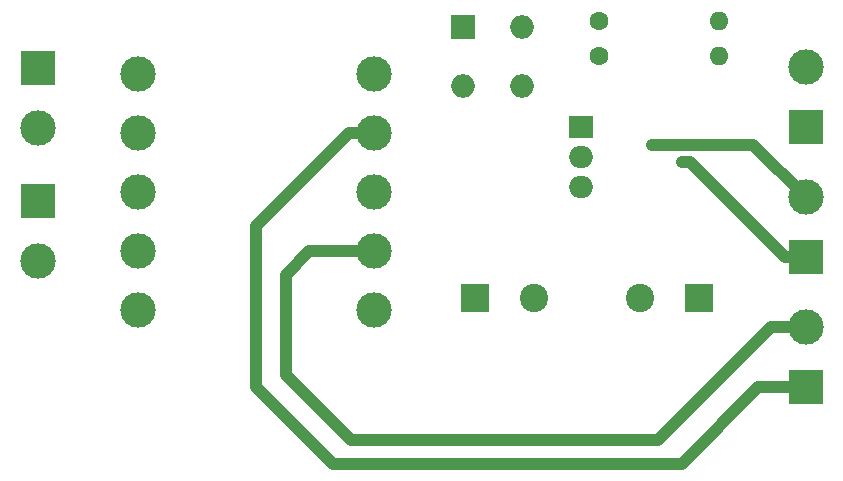
<source format=gtl>
G04 #@! TF.GenerationSoftware,KiCad,Pcbnew,5.0.2+dfsg1-1+deb10u1*
G04 #@! TF.CreationDate,2023-11-14T21:39:22+01:00*
G04 #@! TF.ProjectId,AlimentationSecteur2024v1,416c696d-656e-4746-9174-696f6e536563,rev?*
G04 #@! TF.SameCoordinates,Original*
G04 #@! TF.FileFunction,Copper,L1,Top*
G04 #@! TF.FilePolarity,Positive*
%FSLAX46Y46*%
G04 Gerber Fmt 4.6, Leading zero omitted, Abs format (unit mm)*
G04 Created by KiCad (PCBNEW 5.0.2+dfsg1-1+deb10u1) date mar. 14 nov. 2023 21:39:22 CET*
%MOMM*%
%LPD*%
G01*
G04 APERTURE LIST*
G04 #@! TA.AperFunction,ComponentPad*
%ADD10C,3.000000*%
G04 #@! TD*
G04 #@! TA.AperFunction,ComponentPad*
%ADD11R,3.000000X3.000000*%
G04 #@! TD*
G04 #@! TA.AperFunction,ComponentPad*
%ADD12R,2.400000X2.400000*%
G04 #@! TD*
G04 #@! TA.AperFunction,ComponentPad*
%ADD13C,2.400000*%
G04 #@! TD*
G04 #@! TA.AperFunction,ComponentPad*
%ADD14R,2.000000X1.905000*%
G04 #@! TD*
G04 #@! TA.AperFunction,ComponentPad*
%ADD15O,2.000000X1.905000*%
G04 #@! TD*
G04 #@! TA.AperFunction,ComponentPad*
%ADD16C,1.600000*%
G04 #@! TD*
G04 #@! TA.AperFunction,ComponentPad*
%ADD17O,1.600000X1.600000*%
G04 #@! TD*
G04 #@! TA.AperFunction,ComponentPad*
%ADD18O,2.000000X2.000000*%
G04 #@! TD*
G04 #@! TA.AperFunction,ComponentPad*
%ADD19R,2.000000X2.000000*%
G04 #@! TD*
G04 #@! TA.AperFunction,ViaPad*
%ADD20C,0.800000*%
G04 #@! TD*
G04 #@! TA.AperFunction,Conductor*
%ADD21C,1.000000*%
G04 #@! TD*
G04 APERTURE END LIST*
D10*
G04 #@! TO.P,AC 5v,2*
G04 #@! TO.N,N/C*
X180500000Y-108920000D03*
D11*
G04 #@! TO.P,AC 5v,1*
X180500000Y-114000000D03*
G04 #@! TD*
D10*
G04 #@! TO.P,+LED Output-,2*
G04 #@! TO.N,N/C*
X180500000Y-86920000D03*
D11*
G04 #@! TO.P,+LED Output-,1*
X180500000Y-92000000D03*
G04 #@! TD*
D10*
G04 #@! TO.P,Inter 230v ,2*
G04 #@! TO.N,N/C*
X115500000Y-103330000D03*
D11*
G04 #@! TO.P,Inter 230v ,1*
X115500000Y-98250000D03*
G04 #@! TD*
D10*
G04 #@! TO.P,230v / 12v,1*
G04 #@! TO.N,N/C*
X124000000Y-107500000D03*
G04 #@! TO.P,230v / 12v,2*
X124000000Y-102500000D03*
G04 #@! TO.P,230v / 12v,3*
X124000000Y-97500000D03*
G04 #@! TO.P,230v / 12v,4*
X124000000Y-92500000D03*
G04 #@! TO.P,230v / 12v,5*
X124000000Y-87500000D03*
G04 #@! TO.P,230v / 12v,6*
X144000000Y-87500000D03*
G04 #@! TO.P,230v / 12v,7*
X144000000Y-92500000D03*
G04 #@! TO.P,230v / 12v,8*
X144000000Y-97500000D03*
G04 #@! TO.P,230v / 12v,9*
X144000000Y-102500000D03*
G04 #@! TO.P,230v / 12v,10*
X144000000Y-107500000D03*
G04 #@! TD*
D12*
G04 #@! TO.P,1000uF,1*
G04 #@! TO.N,N/C*
X152500000Y-106500000D03*
D13*
G04 #@! TO.P,1000uF,2*
X157500000Y-106500000D03*
G04 #@! TD*
D14*
G04 #@! TO.P,RIT 7805,1*
G04 #@! TO.N,N/C*
X161500000Y-92000000D03*
D15*
G04 #@! TO.P,RIT 7805,2*
X161500000Y-94540000D03*
G04 #@! TO.P,RIT 7805,3*
X161500000Y-97080000D03*
G04 #@! TD*
D16*
G04 #@! TO.P,1K,1*
G04 #@! TO.N,N/C*
X163000000Y-83000000D03*
D17*
G04 #@! TO.P,1K,2*
X173160000Y-83000000D03*
G04 #@! TD*
D16*
G04 #@! TO.P,1K,1*
G04 #@! TO.N,N/C*
X163000000Y-86000000D03*
D17*
G04 #@! TO.P,1K,2*
X173160000Y-86000000D03*
G04 #@! TD*
D13*
G04 #@! TO.P,1000uF,2*
G04 #@! TO.N,N/C*
X166500000Y-106500000D03*
D12*
G04 #@! TO.P,1000uF,1*
X171500000Y-106500000D03*
G04 #@! TD*
D11*
G04 #@! TO.P,Secteur 230v ,1*
G04 #@! TO.N,N/C*
X115500000Y-87000000D03*
D10*
G04 #@! TO.P,Secteur 230v ,2*
X115500000Y-92080000D03*
G04 #@! TD*
D18*
G04 #@! TO.P,B40R,4*
G04 #@! TO.N,N/C*
X156500000Y-83500000D03*
G04 #@! TO.P,B40R,2*
X151500000Y-88500000D03*
G04 #@! TO.P,B40R,3*
X156500000Y-88500000D03*
D19*
G04 #@! TO.P,B40R,1*
X151500000Y-83500000D03*
G04 #@! TD*
D11*
G04 #@! TO.P,DC 0v /+5v,1*
G04 #@! TO.N,N/C*
X180500000Y-103000000D03*
D10*
G04 #@! TO.P,DC 0v /+5v,2*
X180500000Y-97920000D03*
G04 #@! TD*
D20*
G04 #@! TO.N,*
X167500000Y-93500000D03*
X170000000Y-95000000D03*
G04 #@! TD*
D21*
G04 #@! TO.N,*
X167500000Y-93500000D02*
X174000000Y-93500000D01*
X178750000Y-103000000D02*
X180500000Y-103000000D01*
X170000000Y-95000000D02*
X170750000Y-95000000D01*
X170750000Y-95000000D02*
X178750000Y-103000000D01*
X176080000Y-93500000D02*
X180500000Y-97920000D01*
X174000000Y-93500000D02*
X176080000Y-93500000D01*
X138500000Y-102500000D02*
X144000000Y-102500000D01*
X136500000Y-113000000D02*
X136500000Y-104500000D01*
X177580000Y-108920000D02*
X168000000Y-118500000D01*
X136500000Y-104500000D02*
X138500000Y-102500000D01*
X180500000Y-108920000D02*
X177580000Y-108920000D01*
X142000000Y-118500000D02*
X136500000Y-113000000D01*
X168000000Y-118500000D02*
X142000000Y-118500000D01*
X141878680Y-92500000D02*
X134000000Y-100378680D01*
X144000000Y-92500000D02*
X141878680Y-92500000D01*
X134000000Y-100378680D02*
X134000000Y-114000000D01*
X134000000Y-114000000D02*
X140500000Y-120500000D01*
X140500000Y-120500000D02*
X170000000Y-120500000D01*
X176500000Y-114000000D02*
X180500000Y-114000000D01*
X170000000Y-120500000D02*
X176500000Y-114000000D01*
G04 #@! TD*
M02*

</source>
